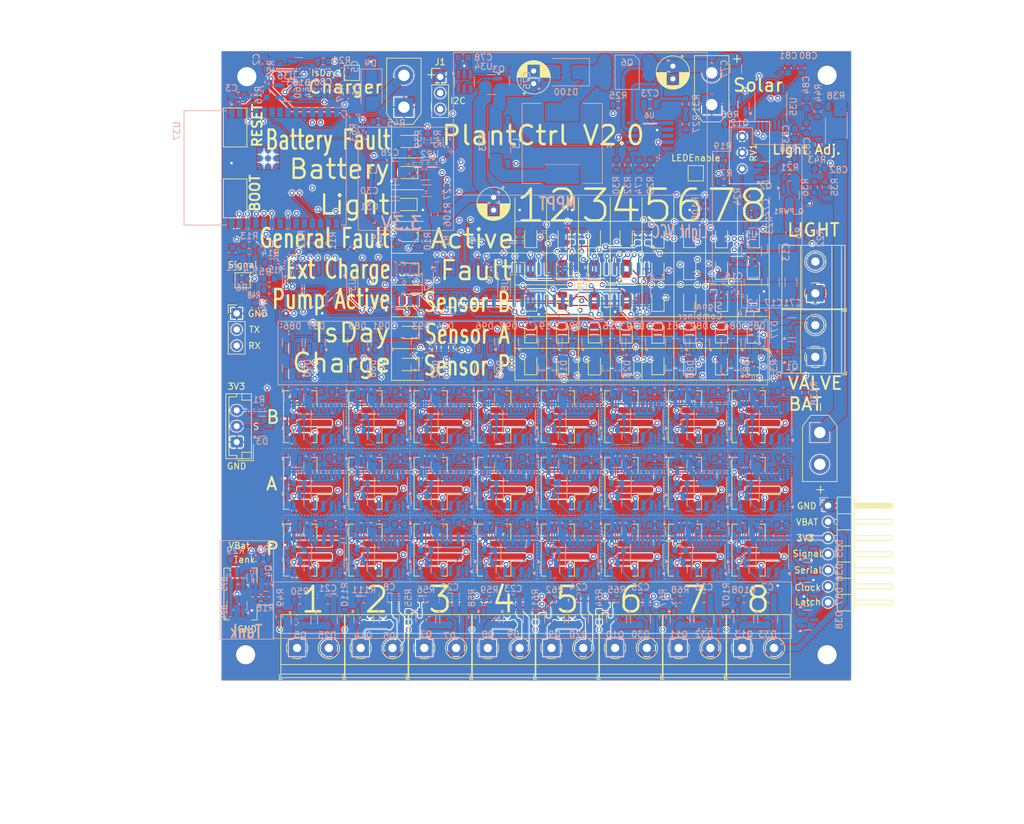
<source format=kicad_pcb>
(kicad_pcb
	(version 20240108)
	(generator "pcbnew")
	(generator_version "8.0")
	(general
		(thickness 1.6)
		(legacy_teardrops no)
	)
	(paper "A4")
	(layers
		(0 "F.Cu" signal)
		(1 "In1.Cu" signal)
		(2 "In2.Cu" signal)
		(31 "B.Cu" signal)
		(32 "B.Adhes" user "B.Adhesive")
		(33 "F.Adhes" user "F.Adhesive")
		(34 "B.Paste" user)
		(35 "F.Paste" user)
		(36 "B.SilkS" user "B.Silkscreen")
		(37 "F.SilkS" user "F.Silkscreen")
		(38 "B.Mask" user)
		(39 "F.Mask" user)
		(40 "Dwgs.User" user "User.Drawings")
		(41 "Cmts.User" user "User.Comments")
		(42 "Eco1.User" user "User.Eco1")
		(43 "Eco2.User" user "User.Eco2")
		(44 "Edge.Cuts" user)
		(45 "Margin" user)
		(46 "B.CrtYd" user "B.Courtyard")
		(47 "F.CrtYd" user "F.Courtyard")
		(48 "B.Fab" user)
		(49 "F.Fab" user)
	)
	(setup
		(stackup
			(layer "F.SilkS"
				(type "Top Silk Screen")
			)
			(layer "F.Paste"
				(type "Top Solder Paste")
			)
			(layer "F.Mask"
				(type "Top Solder Mask")
				(thickness 0.01)
			)
			(layer "F.Cu"
				(type "copper")
				(thickness 0.035)
			)
			(layer "dielectric 1"
				(type "prepreg")
				(thickness 0.1)
				(material "FR4")
				(epsilon_r 4.5)
				(loss_tangent 0.02)
			)
			(layer "In1.Cu"
				(type "copper")
				(thickness 0.035)
			)
			(layer "dielectric 2"
				(type "core")
				(thickness 1.24)
				(material "FR4")
				(epsilon_r 4.5)
				(loss_tangent 0.02)
			)
			(layer "In2.Cu"
				(type "copper")
				(thickness 0.035)
			)
			(layer "dielectric 3"
				(type "prepreg")
				(thickness 0.1)
				(material "FR4")
				(epsilon_r 4.5)
				(loss_tangent 0.02)
			)
			(layer "B.Cu"
				(type "copper")
				(thickness 0.035)
			)
			(layer "B.Mask"
				(type "Bottom Solder Mask")
				(thickness 0.01)
			)
			(layer "B.Paste"
				(type "Bottom Solder Paste")
			)
			(layer "B.SilkS"
				(type "Bottom Silk Screen")
			)
			(copper_finish "HAL lead-free")
			(dielectric_constraints no)
		)
		(pad_to_mask_clearance 0.05)
		(allow_soldermask_bridges_in_footprints no)
		(aux_axis_origin 68.58 26.67)
		(grid_origin 68.58 26.67)
		(pcbplotparams
			(layerselection 0x003ffff_ffffffff)
			(plot_on_all_layers_selection 0x0000000_00000000)
			(disableapertmacros no)
			(usegerberextensions no)
			(usegerberattributes no)
			(usegerberadvancedattributes no)
			(creategerberjobfile no)
			(dashed_line_dash_ratio 12.000000)
			(dashed_line_gap_ratio 3.000000)
			(svgprecision 4)
			(plotframeref no)
			(viasonmask no)
			(mode 1)
			(useauxorigin no)
			(hpglpennumber 1)
			(hpglpenspeed 20)
			(hpglpendiameter 15.000000)
			(pdf_front_fp_property_popups yes)
			(pdf_back_fp_property_popups yes)
			(dxfpolygonmode yes)
			(dxfimperialunits yes)
			(dxfusepcbnewfont yes)
			(psnegative no)
			(psa4output no)
			(plotreference yes)
			(plotvalue yes)
			(plotfptext yes)
			(plotinvisibletext no)
			(sketchpadsonfab no)
			(subtractmaskfromsilk no)
			(outputformat 1)
			(mirror no)
			(drillshape 0)
			(scaleselection 1)
			(outputdirectory "gerber/")
		)
	)
	(net 0 "")
	(net 1 "EN")
	(net 2 "VBAT")
	(net 3 "GND")
	(net 4 "Net-(S_A_1-Pin_1)")
	(net 5 "Net-(U10-CV)")
	(net 6 "Net-(D12-A)")
	(net 7 "unconnected-(D12-K-Pad2)")
	(net 8 "3_3V")
	(net 9 "Temp")
	(net 10 "unconnected-(D19-K-Pad2)")
	(net 11 "Net-(S_B_1-Pin_1)")
	(net 12 "Net-(D21-A)")
	(net 13 "Net-(U22-BST)")
	(net 14 "Net-(PUMP2-Pin_1)")
	(net 15 "PUMP_ENABLE")
	(net 16 "TANK_SENSOR")
	(net 17 "Net-(PUMP3-Pin_1)")
	(net 18 "Net-(PUMP4-Pin_1)")
	(net 19 "Net-(PUMP1-Pin_1)")
	(net 20 "Net-(PUMP5-Pin_1)")
	(net 21 "Net-(PUMP6-Pin_1)")
	(net 22 "Net-(PUMP7-Pin_1)")
	(net 23 "Net-(PUMP8-Pin_1)")
	(net 24 "SerialOut")
	(net 25 "Clock")
	(net 26 "Latch")
	(net 27 "Net-(Q1-G)")
	(net 28 "unconnected-(D21-K-Pad2)")
	(net 29 "ESP_RX")
	(net 30 "ESP_TX")
	(net 31 "Net-(Boot1-Pad2)")
	(net 32 "SDA")
	(net 33 "SCL")
	(net 34 "unconnected-(D23-K-Pad2)")
	(net 35 "Net-(D26-A)")
	(net 36 "Net-(D10-K)")
	(net 37 "Net-(Q5-G)")
	(net 38 "unconnected-(D26-K-Pad2)")
	(net 39 "Net-(Q7-G)")
	(net 40 "Net-(Q8-G)")
	(net 41 "Net-(Q9-G)")
	(net 42 "Net-(Q10-G)")
	(net 43 "Net-(Q11-G)")
	(net 44 "Net-(Q4-G)")
	(net 45 "Net-(Q13-G)")
	(net 46 "Net-(Q14-G)")
	(net 47 "Net-(D78-A)")
	(net 48 "Net-(D79-A)")
	(net 49 "Net-(C5-Pad2)")
	(net 50 "unconnected-(D79-K-Pad2)")
	(net 51 "Net-(U11-CV)")
	(net 52 "Net-(D19-A)")
	(net 53 "PUMP1")
	(net 54 "Net-(D23-A)")
	(net 55 "PUMP3")
	(net 56 "Net-(D80-A)")
	(net 57 "Net-(R14-Pad2)")
	(net 58 "PUMP4")
	(net 59 "PUMP5")
	(net 60 "PUMP6")
	(net 61 "PUMP7")
	(net 62 "PUMP8")
	(net 63 "PUMP2")
	(net 64 "USB_D+")
	(net 65 "USB_D-")
	(net 66 "Net-(D78-K)")
	(net 67 "unconnected-(D80-K-Pad2)")
	(net 68 "SIGNAL")
	(net 69 "SerialIn")
	(net 70 "SENSOR1_PUMP_END")
	(net 71 "SENSOR1_A")
	(net 72 "SENSOR1_B")
	(net 73 "SENSOR2_PUMP_END")
	(net 74 "SENSOR2_A")
	(net 75 "SENSOR2_B")
	(net 76 "SENSOR3_PUMP_END")
	(net 77 "SENSOR3_A")
	(net 78 "SENSOR3_B")
	(net 79 "SENSOR4_PUMP_END")
	(net 80 "SENSOR4_A")
	(net 81 "SENSOR4_B")
	(net 82 "SENSOR5_PUMP_END")
	(net 83 "SENSOR5_A")
	(net 84 "SENSOR5_B")
	(net 85 "SENSOR6_PUMP_END")
	(net 86 "SENSOR6_A")
	(net 87 "SENSOR6_B")
	(net 88 "SENSOR7_PUMP_END")
	(net 89 "SENSOR7_A")
	(net 90 "SENSOR7_B")
	(net 91 "SENSOR8_PUMP_END")
	(net 92 "SENSOR8_A")
	(net 93 "SENSOR8_B")
	(net 94 "Net-(D10-A)")
	(net 95 "Net-(D2-K)")
	(net 96 "Net-(S_P_2-Pin_1)")
	(net 97 "Net-(U12-CV)")
	(net 98 "Net-(S_A_2-Pin_1)")
	(net 99 "Net-(U13-CV)")
	(net 100 "Net-(U2-CV)")
	(net 101 "Net-(S_B_2-Pin_1)")
	(net 102 "Net-(U14-CV)")
	(net 103 "Net-(S_P_3-Pin_1)")
	(net 104 "Net-(U15-CV)")
	(net 105 "Net-(S_A_3-Pin_1)")
	(net 106 "Net-(U16-CV)")
	(net 107 "Net-(S_B_3-Pin_1)")
	(net 108 "Net-(U17-CV)")
	(net 109 "Net-(S_P_4-Pin_1)")
	(net 110 "Net-(U18-CV)")
	(net 111 "Net-(S_A_4-Pin_1)")
	(net 112 "Net-(U19-CV)")
	(net 113 "Net-(S_B_4-Pin_1)")
	(net 114 "Net-(U20-CV)")
	(net 115 "Net-(S_P_5-Pin_1)")
	(net 116 "Net-(U21-CV)")
	(net 117 "Net-(S_A_5-Pin_1)")
	(net 118 "Net-(U23-CV)")
	(net 119 "Net-(P_FAULT1-K)")
	(net 120 "Net-(P_FAULT2-K)")
	(net 121 "Net-(P_FAULT3-K)")
	(net 122 "Net-(P_FAULT4-K)")
	(net 123 "Net-(P_FAULT5-K)")
	(net 124 "Net-(P_FAULT6-K)")
	(net 125 "Net-(P_FAULT7-K)")
	(net 126 "Net-(P_FAULT8-K)")
	(net 127 "Net-(S_B_5-Pin_1)")
	(net 128 "Net-(U24-CV)")
	(net 129 "Net-(S_P_6-Pin_1)")
	(net 130 "Net-(U25-CV)")
	(net 131 "Net-(S_A_6-Pin_1)")
	(net 132 "Net-(U26-CV)")
	(net 133 "Net-(S_B_6-Pin_1)")
	(net 134 "Net-(U27-CV)")
	(net 135 "Net-(S_P_7-Pin_1)")
	(net 136 "Net-(U28-CV)")
	(net 137 "Net-(S_A_7-Pin_1)")
	(net 138 "Net-(U29-CV)")
	(net 139 "Net-(S_B_7-Pin_1)")
	(net 140 "Net-(U30-CV)")
	(net 141 "Net-(S_P_8-Pin_1)")
	(net 142 "Net-(U31-CV)")
	(net 143 "Net-(S_A_8-Pin_1)")
	(net 144 "Net-(U32-CV)")
	(net 145 "Net-(S_B_8-Pin_1)")
	(net 146 "Net-(U33-CV)")
	(net 147 "Net-(S_P_1-Pin_1)")
	(net 148 "Net-(S_P_1-Pin_2)")
	(net 149 "Net-(S_A_1-Pin_2)")
	(net 150 "Net-(S_B_1-Pin_2)")
	(net 151 "Net-(S_P_2-Pin_2)")
	(net 152 "Net-(S_A_2-Pin_2)")
	(net 153 "Net-(S_B_2-Pin_2)")
	(net 154 "Net-(S_P_3-Pin_2)")
	(net 155 "Net-(S_A_3-Pin_2)")
	(net 156 "Net-(S_B_3-Pin_2)")
	(net 157 "Net-(S_P_4-Pin_2)")
	(net 158 "Net-(S_A_4-Pin_2)")
	(net 159 "Net-(S_B_4-Pin_2)")
	(net 160 "Net-(S_P_5-Pin_2)")
	(net 161 "Net-(S_A_5-Pin_2)")
	(net 162 "Net-(S_B_5-Pin_2)")
	(net 163 "Net-(S_P_6-Pin_2)")
	(net 164 "Net-(S_A_6-Pin_2)")
	(net 165 "Net-(S_B_6-Pin_2)")
	(net 166 "Net-(S_P_7-Pin_2)")
	(net 167 "Net-(S_A_7-Pin_2)")
	(net 168 "Net-(S_B_7-Pin_2)")
	(net 169 "Net-(S_P_8-Pin_2)")
	(net 170 "Net-(S_A_8-Pin_2)")
	(net 171 "Net-(S_B_8-Pin_2)")
	(net 172 "Net-(D81-A)")
	(net 173 "unconnected-(D81-K-Pad2)")
	(net 174 "Net-(D82-A)")
	(net 175 "unconnected-(D82-K-Pad2)")
	(net 176 "Net-(D83-A)")
	(net 177 "unconnected-(D83-K-Pad2)")
	(net 178 "Net-(D84-A)")
	(net 179 "unconnected-(D84-K-Pad2)")
	(net 180 "Net-(D85-A)")
	(net 181 "unconnected-(D85-K-Pad2)")
	(net 182 "Net-(D86-A)")
	(net 183 "unconnected-(D86-K-Pad2)")
	(net 184 "Net-(D87-A)")
	(net 185 "unconnected-(D87-K-Pad2)")
	(net 186 "Net-(D88-A)")
	(net 187 "unconnected-(D88-K-Pad2)")
	(net 188 "Net-(D89-A)")
	(net 189 "unconnected-(D89-K-Pad2)")
	(net 190 "Net-(D90-A)")
	(net 191 "unconnected-(D90-K-Pad2)")
	(net 192 "Net-(D91-A)")
	(net 193 "unconnected-(D91-K-Pad2)")
	(net 194 "Net-(D92-A)")
	(net 195 "unconnected-(D92-K-Pad2)")
	(net 196 "unconnected-(U2-DIS-Pad7)")
	(net 197 "unconnected-(U10-DIS-Pad7)")
	(net 198 "unconnected-(U11-DIS-Pad7)")
	(net 199 "unconnected-(U12-DIS-Pad7)")
	(net 200 "unconnected-(U13-DIS-Pad7)")
	(net 201 "unconnected-(U14-DIS-Pad7)")
	(net 202 "unconnected-(U15-DIS-Pad7)")
	(net 203 "unconnected-(U16-DIS-Pad7)")
	(net 204 "unconnected-(U17-DIS-Pad7)")
	(net 205 "unconnected-(U18-DIS-Pad7)")
	(net 206 "unconnected-(U19-DIS-Pad7)")
	(net 207 "unconnected-(U20-DIS-Pad7)")
	(net 208 "unconnected-(U21-DIS-Pad7)")
	(net 209 "unconnected-(U23-DIS-Pad7)")
	(net 210 "unconnected-(U24-DIS-Pad7)")
	(net 211 "unconnected-(U25-DIS-Pad7)")
	(net 212 "unconnected-(U26-DIS-Pad7)")
	(net 213 "unconnected-(U27-DIS-Pad7)")
	(net 214 "unconnected-(U28-DIS-Pad7)")
	(net 215 "unconnected-(U29-DIS-Pad7)")
	(net 216 "unconnected-(U30-DIS-Pad7)")
	(net 217 "unconnected-(U31-DIS-Pad7)")
	(net 218 "unconnected-(U32-DIS-Pad7)")
	(net 219 "unconnected-(U33-DIS-Pad7)")
	(net 220 "IsDay")
	(net 221 "S_VIN")
	(net 222 "Net-(D93-A)")
	(net 223 "unconnected-(D93-K-Pad2)")
	(net 224 "Net-(D94-A)")
	(net 225 "unconnected-(D94-K-Pad2)")
	(net 226 "Net-(D95-A)")
	(net 227 "unconnected-(D95-K-Pad2)")
	(net 228 "Net-(D96-A)")
	(net 229 "unconnected-(D96-K-Pad2)")
	(net 230 "Net-(D97-A)")
	(net 231 "unconnected-(D97-K-Pad2)")
	(net 232 "Net-(P_FAULT1-A)")
	(net 233 "Net-(P_FAULT2-A)")
	(net 234 "Net-(P_FAULT3-A)")
	(net 235 "Net-(P_FAULT4-A)")
	(net 236 "Net-(P_FAULT5-A)")
	(net 237 "Net-(P_FAULT6-A)")
	(net 238 "Net-(P_FAULT7-A)")
	(net 239 "Net-(P_FAULT8-A)")
	(net 240 "5K_VBAT")
	(net 241 "1K_GND")
	(net 242 "Net-(U1-QH')")
	(net 243 "Net-(U3-QH')")
	(net 244 "Net-(U7-QH')")
	(net 245 "Net-(U8-QH')")
	(net 246 "/Light_In")
	(net 247 "Net-(U5-BST)")
	(net 248 "Net-(Q2-G)")
	(net 249 "Net-(Q2-D)")
	(net 250 "Net-(Q_PWR1-G)")
	(net 251 "Net-(Q_PWR1-D)")
	(net 252 "LED_ENABLE")
	(net 253 "Net-(I2C3-A)")
	(net 254 "Net-(R24-Pad2)")
	(net 255 "Net-(U5-FB)")
	(net 256 "/Light+")
	(net 257 "Net-(U6-VG)")
	(net 258 "Net-(C74-Pad1)")
	(net 259 "Net-(D98-K)")
	(net 260 "Net-(D98-A)")
	(net 261 "Net-(D100-K)")
	(net 262 "Net-(L3-Pad2)")
	(net 263 "Net-(Q6-G)")
	(net 264 "Net-(U6-MPPT)")
	(net 265 "Net-(U6-COM)")
	(net 266 "Net-(U6-BAT)")
	(net 267 "Net-(U6-FB)")
	(net 268 "Net-(U6-CSP)")
	(net 269 "/3_3IN")
	(net 270 "/Light_cool")
	(net 271 "/3_3V_cool")
	(net 272 "Net-(Q3-S)")
	(net 273 "Net-(U34-VCAP)")
	(net 274 "Net-(Q3-G)")
	(net 275 "Net-(J3-Pin_1)")
	(net 276 "ENABLE_TANK")
	(net 277 "Net-(battery1-Pin_1)")
	(net 278 "Net-(U35-BAT)")
	(net 279 "Net-(U35-SRP)")
	(net 280 "Net-(U35-SRN)")
	(net 281 "Net-(D76-K)")
	(net 282 "Net-(D76-A)")
	(net 283 "Net-(D13-A)")
	(net 284 "Net-(R38-Pad2)")
	(net 285 "Net-(R38-Pad3)")
	(net 286 "BAT_LED")
	(net 287 "BAT_ALERT")
	(net 288 "unconnected-(U35-P6{slash}TS-Pad11)")
	(net 289 "unconnected-(U35-P5{slash}HDQ-Pad12)")
	(net 290 "REG25")
	(net 291 "Net-(C88-Pad1)")
	(net 292 "Net-(U36-+)")
	(net 293 "Net-(U36--)")
	(net 294 "Net-(D11-A)")
	(net 295 "unconnected-(U37-IO4-Pad4)")
	(net 296 "unconnected-(U37-IO21-Pad19)")
	(net 297 "unconnected-(U37-NC-Pad22)")
	(net 298 "unconnected-(U37-IO7-Pad7)")
	(net 299 "unconnected-(U37-IO1-Pad9)")
	(net 300 "unconnected-(U37-IO0-Pad8)")
	(net 301 "Net-(U37-IO8)")
	(net 302 "BOOT_SEL")
	(net 303 "WARN_LED")
	(footprint "Button_Switch_SMD:SW_SPST_CK_RS282G05A3" (layer "F.Cu") (at 172.33 52.67 90))
	(footprint "LED_SMD:LED_0805_2012Metric" (layer "F.Cu") (at 228.83 84.8825 90))
	(footprint "LED_SMD:LED_0805_2012Metric" (layer "F.Cu") (at 233.83 79.8825 90))
	(footprint "Connector_AMASS:AMASS_XT30UPB-M_1x02_P5.0mm_Vertical" (layer "F.Cu") (at 247.28 49.07 90))
	(footprint "LED_SMD:LED_0805_2012Metric" (layer "F.Cu") (at 199.53 74.9575 180))
	(footprint "Button_Switch_SMD:SW_SPST_CK_RS282G05A3" (layer "F.Cu") (at 172.33 63.82 -90))
	(footprint "LED_SMD:LED_0805_2012Metric" (layer "F.Cu") (at 218.83 74.8825 90))
	(footprint "Connector_JST:JST_PH_B2B-PH-SM4-TB_1x02-1MP_P2.00mm_Vertical" (layer "F.Cu") (at 224.83 119.17 90))
	(footprint "LED_SMD:LED_0805_2012Metric" (layer "F.Cu") (at 228.83 74.92 90))
	(footprint "Connector_JST:JST_PH_B2B-PH-SM4-TB_1x02-1MP_P2.00mm_Vertical" (layer "F.Cu") (at 244.83 98.17 90))
	(footprint "LED_SMD:LED_0805_2012Metric" (layer "F.Cu") (at 218.83 79.8825 90))
	(footprint "Connector_AMASS:AMASS_XT30UPB-F_1x02_P5.0mm_Vertical" (layer "F.Cu") (at 264.28 100.67 -90))
	(footprint "LED_SMD:LED_0805_2012Metric" (layer "F.Cu") (at 223.83 79.92 90))
	(footprint "Connector_JST:JST_PH_B2B-PH-SM4-TB_1x02-1MP_P2.00mm_Vertical" (layer "F.Cu") (at 254.83 108.67 90))
	(footprint "TerminalBlock_Phoenix:TerminalBlock_Phoenix_MKDS-1,5-2_1x02_P5.00mm_Horizontal" (layer "F.Cu") (at 232.08 134.575))
	(footprint "TerminalBlock_Phoenix:TerminalBlock_Phoenix_MKDS-1,5-2_1x02_P5.00mm_Horizontal" (layer "F.Cu") (at 242.08 134.575))
	(footprint "TerminalBlock_Phoenix:TerminalBlock_Phoenix_MKDS-1,5-2_1x02_P5.00mm_Horizontal" (layer "F.Cu") (at 263.58 88.77 90))
	(footprint "Connector_JST:JST_PH_B2B-PH-SM4-TB_1x02-1MP_P2.00mm_Vertical" (layer "F.Cu") (at 194.58 98.17 90))
	(footprint "Connector_JST:JST_EH_B3B-EH-A_1x03_P2.50mm_Vertical" (layer "F.Cu") (at 172.58 102.17 90))
	(footprint "LED_SMD:LED_0805_2012Metric" (layer "F.Cu") (at 238.83 84.92 90))
	(footprint "LED_SMD:LED_0805_2012Metric" (layer "F.Cu") (at 199.43 69.6575 180))
	(footprint "Connector_PinHeader_2.54mm:PinHeader_1x07_P2.54mm_Horizontal" (layer "F.Cu") (at 265.58 112.17))
	(footprint "LED_SMD:LED_0805_2012Metric" (layer "F.Cu") (at 243.83 69.8825 90))
	(footprint "Connector_JST:JST_PH_B2B-PH-SM4-TB_1x02-1MP_P2.00mm_Vertical" (layer "F.Cu") (at 244.83 119.17 90))
	(footprint "LED_SMD:LED_0805_2012Metric" (layer "F.Cu") (at 233.83 74.8825 90))
	(footprint "LED_SMD:LED_0805_2012Metric" (layer "F.Cu") (at 233.83 84.92 90))
	(footprint "LED_SMD:LED_0805_2012Metric" (layer "F.Cu") (at 243.83 74.92 90))
	(footprint "Connector_JST:JST_PH_B2B-PH-SM4-TB_1x02-1MP_P2.00mm_Vertical" (layer "F.Cu") (at 224.83 108.67 90))
	(footprint "LED_SMD:LED_0805_2012Metric"
		(layer "F.Cu")
		(uuid "4c479e26-796e-4f54-8012-43ad057b833d")
		(at 218.83 84.8825 90)
		(descr "LED SMD 0805 (2012 Metric), square (rectangular) end terminal, IPC_7351 nominal, (Body size source: https://docs.google.com/spreadsheets/d/1BsfQQcO9C6DZCsRaXUlFlo91Tg2WpOkGARC1WS5S8t0/edit?usp=sharing), generated with kicad-footprint-generator")
		(tags "LED")
		(property "Reference" "SD25"
			(at 0 -1.65 90)
			(layer "F.SilkS")
			(hide yes)
			(uuid "d4917758-accb-4d6b-bab9-f5d9896a888e")
			(effects
				(font
					(size 1 1)
					(thickness 0.15)
				)
			)
		)
		(property "Value" "GREEN"
			(at 0 1.65 90)
			(layer "F.Fab")
			(uuid "73a5edd2-490b-4b43-b916-be894390071c")
			(effects
				(font
					(size 1 1)
					(thickness 0.15)
				)
			)
		)
		(property "Footprint" "LED_SMD:LED_0805_2012Metric"
			(at 0 0 90)
			(unlocked yes)
			(layer "F.Fab")
			(hide yes)
			(uuid "1c34d995-72dd-4eee-aa20-1f849fe611be")
			(effects
				(font
					(size 1.27 1.27)
				)
			)
		)
		(property "Datasheet" ""
			(at 0 0 90)
			(unlocked yes)
			(layer "F.Fab")
			(hide yes)
			(uuid "bc675de7-55de-4a49-996e-63e330374b26")
			(effects
				(font
					(size 1.27 1.27)
				)
			)
		)
		(property "Description" ""
			(at 0 0 90)
			(unlocked yes)
			(layer "F.Fab")
			(hide yes)
			(uuid "ddabf0b0-d02a-462c-add3-82694d43f859")
			(effects
				(font
					(size 1.27 1.27)
				)
			)
		)
		(property ki_fp_filters "LED* LED_SMD:* LED_THT:*")
		(path "/9fe6415d-ca9c-410e-94c7-c0f616fc35fe")
		(sheetname "Root")
		(sheetfile "PlantCtrlESP32.kicad_sch")
		(attr smd)
		(fp_line
			(start 1 -0.96)
			(end -1.685 -0.96)
			(stroke
				(width 0.12)
				(type solid)
			)
			(layer "F.SilkS")
			(uuid "a0cd80ca-1c8e-4879-bfe3-f8e0d8670f29")
		)
		(fp_line
			(start -1.685 -0.96)
			(end -1.685 0.96)
			(stroke
				(width 0.12)
				(type solid)
			)
			(layer "F.SilkS")
			(uuid "e8ab8206-1be2-4781-bcfa-106fe7745285")
		)
		(fp_line
			(start -1.685 0.96)
			(end 1 0.96)
			(stroke
				(width 0.12)
				(type solid)
			)
			(layer "F.SilkS")
			(uuid "6e6ff14f-b326-4fa2-80bb-4746de580ee1")
		)
		(fp_line
			(start 1.68 -0.95)
			(end 1.68 0.95)
			(stroke
				(width 0.05)
				(type solid)
			)
			(layer "F.CrtYd")
			(uuid "6fa27c1d-46f3-4681-99d3-8f23536672b2")
		)
		(fp_line
			(start -1.68 -0.95)
			(end 1.68 -0.95)
			(stroke
				(width 0.05)
		
... [5552586 chars truncated]
</source>
